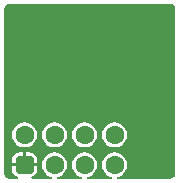
<source format=gbl>
G04 Layer_Physical_Order=2*
G04 Layer_Color=16711680*
%FSLAX44Y44*%
%MOMM*%
G71*
G01*
G75*
%ADD12C,0.3000*%
%ADD13C,1.6000*%
G04:AMPARAMS|DCode=14|XSize=1.6mm|YSize=1.6mm|CornerRadius=0.4mm|HoleSize=0mm|Usage=FLASHONLY|Rotation=0.000|XOffset=0mm|YOffset=0mm|HoleType=Round|Shape=RoundedRectangle|*
%AMROUNDEDRECTD14*
21,1,1.6000,0.8000,0,0,0.0*
21,1,0.8000,1.6000,0,0,0.0*
1,1,0.8000,0.4000,-0.4000*
1,1,0.8000,-0.4000,-0.4000*
1,1,0.8000,-0.4000,0.4000*
1,1,0.8000,0.4000,0.4000*
%
%ADD14ROUNDEDRECTD14*%
%ADD15C,0.6000*%
G36*
X146477Y152074D02*
X147701Y151257D01*
X148518Y150033D01*
X148798Y148627D01*
X148791Y148590D01*
Y8128D01*
X148798Y8091D01*
X148518Y6685D01*
X147701Y5461D01*
X146477Y4644D01*
X145071Y4364D01*
X145034Y4371D01*
X99926D01*
X99843Y5641D01*
X100541Y5733D01*
X103105Y6795D01*
X105307Y8485D01*
X106997Y10687D01*
X108059Y13250D01*
X108421Y16002D01*
X108059Y18753D01*
X106997Y21318D01*
X105307Y23519D01*
X103105Y25209D01*
X100541Y26271D01*
X97790Y26633D01*
X95039Y26271D01*
X92475Y25209D01*
X90273Y23519D01*
X88583Y21318D01*
X87521Y18753D01*
X87159Y16002D01*
X87521Y13250D01*
X88583Y10687D01*
X90273Y8485D01*
X92475Y6795D01*
X95039Y5733D01*
X95737Y5641D01*
X95654Y4371D01*
X74526D01*
X74443Y5641D01*
X75142Y5733D01*
X77705Y6795D01*
X79907Y8485D01*
X81597Y10687D01*
X82659Y13250D01*
X83021Y16002D01*
X82659Y18753D01*
X81597Y21318D01*
X79907Y23519D01*
X77705Y25209D01*
X75142Y26271D01*
X72390Y26633D01*
X69639Y26271D01*
X67074Y25209D01*
X64873Y23519D01*
X63183Y21318D01*
X62121Y18753D01*
X61759Y16002D01*
X62121Y13250D01*
X63183Y10687D01*
X64873Y8485D01*
X67074Y6795D01*
X69639Y5733D01*
X70337Y5641D01*
X70254Y4371D01*
X49126D01*
X49043Y5641D01*
X49742Y5733D01*
X52305Y6795D01*
X54507Y8485D01*
X56197Y10687D01*
X57259Y13250D01*
X57621Y16002D01*
X57259Y18753D01*
X56197Y21318D01*
X54507Y23519D01*
X52305Y25209D01*
X49742Y26271D01*
X46990Y26633D01*
X44239Y26271D01*
X41674Y25209D01*
X39473Y23519D01*
X37783Y21318D01*
X36721Y18753D01*
X36359Y16002D01*
X36721Y13250D01*
X37783Y10687D01*
X39473Y8485D01*
X41674Y6795D01*
X44239Y5733D01*
X44937Y5641D01*
X44854Y4371D01*
X27463D01*
X27297Y5630D01*
X28888Y6289D01*
X30254Y7338D01*
X31303Y8704D01*
X31962Y10295D01*
X32186Y12002D01*
Y14732D01*
X10994D01*
Y12002D01*
X11218Y10295D01*
X11877Y8704D01*
X12926Y7338D01*
X14292Y6289D01*
X15883Y5630D01*
X15717Y4371D01*
X8128D01*
X8091Y4364D01*
X6685Y4644D01*
X5461Y5461D01*
X4644Y6685D01*
X4364Y8091D01*
X4371Y8128D01*
Y148590D01*
X4364Y148627D01*
X4644Y150033D01*
X5461Y151257D01*
X6685Y152074D01*
X8091Y152354D01*
X8128Y152347D01*
X145034D01*
X145071Y152354D01*
X146477Y152074D01*
D02*
G37*
%LPC*%
G36*
X97790Y52033D02*
X95039Y51671D01*
X92475Y50609D01*
X90273Y48919D01*
X88583Y46718D01*
X87521Y44153D01*
X87159Y41402D01*
X87521Y38651D01*
X88583Y36086D01*
X90273Y33885D01*
X92475Y32195D01*
X95039Y31133D01*
X97790Y30771D01*
X100541Y31133D01*
X103105Y32195D01*
X105307Y33885D01*
X106997Y36086D01*
X108059Y38651D01*
X108421Y41402D01*
X108059Y44153D01*
X106997Y46718D01*
X105307Y48919D01*
X103105Y50609D01*
X100541Y51671D01*
X97790Y52033D01*
D02*
G37*
G36*
X72390D02*
X69639Y51671D01*
X67074Y50609D01*
X64873Y48919D01*
X63183Y46718D01*
X62121Y44153D01*
X61759Y41402D01*
X62121Y38651D01*
X63183Y36086D01*
X64873Y33885D01*
X67074Y32195D01*
X69639Y31133D01*
X72390Y30771D01*
X75142Y31133D01*
X77705Y32195D01*
X79907Y33885D01*
X81597Y36086D01*
X82659Y38651D01*
X83021Y41402D01*
X82659Y44153D01*
X81597Y46718D01*
X79907Y48919D01*
X77705Y50609D01*
X75142Y51671D01*
X72390Y52033D01*
D02*
G37*
G36*
X46990D02*
X44239Y51671D01*
X41674Y50609D01*
X39473Y48919D01*
X37783Y46718D01*
X36721Y44153D01*
X36359Y41402D01*
X36721Y38651D01*
X37783Y36086D01*
X39473Y33885D01*
X41674Y32195D01*
X44239Y31133D01*
X46990Y30771D01*
X49742Y31133D01*
X52305Y32195D01*
X54507Y33885D01*
X56197Y36086D01*
X57259Y38651D01*
X57621Y41402D01*
X57259Y44153D01*
X56197Y46718D01*
X54507Y48919D01*
X52305Y50609D01*
X49742Y51671D01*
X46990Y52033D01*
D02*
G37*
G36*
X21590D02*
X18838Y51671D01*
X16274Y50609D01*
X14073Y48919D01*
X12383Y46718D01*
X11321Y44153D01*
X10959Y41402D01*
X11321Y38651D01*
X12383Y36086D01*
X14073Y33885D01*
X16274Y32195D01*
X18838Y31133D01*
X21590Y30771D01*
X24341Y31133D01*
X26906Y32195D01*
X29107Y33885D01*
X30797Y36086D01*
X31859Y38651D01*
X32221Y41402D01*
X31859Y44153D01*
X30797Y46718D01*
X29107Y48919D01*
X26906Y50609D01*
X24341Y51671D01*
X21590Y52033D01*
D02*
G37*
G36*
X25590Y26598D02*
X22860D01*
Y17272D01*
X32186D01*
Y20002D01*
X31962Y21709D01*
X31303Y23300D01*
X30254Y24666D01*
X28888Y25715D01*
X27297Y26374D01*
X25590Y26598D01*
D02*
G37*
G36*
X20320D02*
X17590D01*
X15883Y26374D01*
X14292Y25715D01*
X12926Y24666D01*
X11877Y23300D01*
X11218Y21709D01*
X10994Y20002D01*
Y17272D01*
X20320D01*
Y26598D01*
D02*
G37*
%LPD*%
D12*
X35306Y90932D02*
G03*
X34036Y89662I0J-1270D01*
G01*
X33782Y89916D02*
X34036Y89662D01*
D13*
X97790Y41402D02*
D03*
Y16002D02*
D03*
X72390D02*
D03*
Y41402D02*
D03*
X46990D02*
D03*
Y16002D02*
D03*
X21590Y41402D02*
D03*
D14*
X21590Y16002D02*
D03*
D15*
X143764Y102108D02*
D03*
X122682Y97790D02*
D03*
X123190Y125730D02*
D03*
X34036Y89662D02*
D03*
Y61722D02*
D03*
X113538Y29210D02*
D03*
X143764Y11176D02*
D03*
Y56642D02*
D03*
Y146304D02*
D03*
X77724D02*
D03*
X12446D02*
D03*
M02*

</source>
